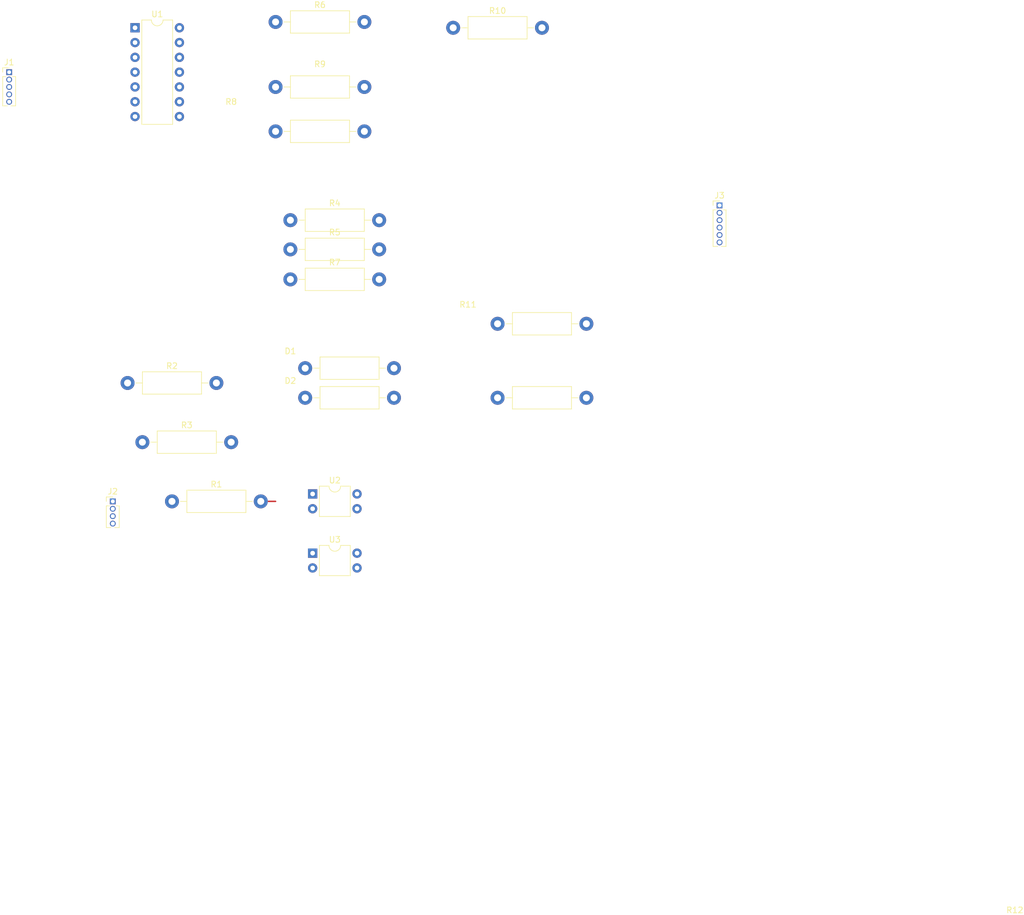
<source format=kicad_pcb>
(kicad_pcb (version 20211014) (generator pcbnew)
  (layers (0 "F.Cu" signal) (31 "B.Cu" signal) (34 "B.Paste" user) (35 "F.Paste" user) (36 "B.SilkS" user "B.Silkscreen") (37 "F.SilkS" user "F.Silkscreen") (38 "B.Mask" user) (39 "F.Mask" user) (44 "Edge.Cuts" user))
  (net 0 "")
  (net 1 "Net-(D2-Pad1)")
  (net 2 "Net-(D1-Pad2)")
  (net 3 "GND")
  (net 4 "Net-(D1-Pad1)")
  (net 5 "Net-(R11-Pad2)")
  (net 6 "VCC")
  (net 7 "Net-(J1-Pad5)")
  (net 8 "Net-(J1-Pad4)")
  (net 9 "Net-(J1-Pad3)")
  (net 10 "Net-(R2-Pad2)")
  (net 11 "Net-(J2-Pad3)")
  (net 12 "Net-(R1-Pad2)")
  (net 13 "Net-(J2-Pad4)")
  (net 14 "Net-(J2-Pad2)")
  (net 15 "Net-(J2-Pad1)")
  (net 16 "Net-(R10-Pad1)")
  (net 17 "Net-(R7-Pad1)")
  (net 18 "Net-(R5-Pad1)")
  (net 19 "Net-(R4-Pad1)")
  (footprint "Resistor_THT:R_Axial_DIN0411_L9.9mm_D3.6mm_P15.24mm_Horizontal" (layer "F.Cu") (at 45.72 116.84)
    (fp_text reference "R1" (at 7.62 -2.92) (layer "F.SilkS"))
    (fp_text value "1k")
    (fp_line (start 12.69 -1.92) (end 2.55 -1.92) (layer "F.SilkS") (width 0.12))
    (fp_line (start 2.55 -1.92) (end 2.55 1.92) (layer "F.SilkS") (width 0.12))
    (fp_line (start 1.44 0) (end 2.55 0) (layer "F.SilkS") (width 0.12))
    (fp_line (start 13.8 0) (end 12.69 0) (layer "F.SilkS") (width 0.12))
    (fp_line (start 12.69 1.92) (end 12.69 -1.92) (layer "F.SilkS") (width 0.12))
    (fp_line (start 2.55 1.92) (end 12.69 1.92) (layer "F.SilkS") (width 0.12))
    (pad "1" thru_hole circle (at 0 0) (size 2.4 2.4) (drill 1.2) (layers *.Cu *.Mask) (net 11 "Net-(J2-Pad3)"))
    (pad "2" thru_hole oval (at 15.24 0) (size 2.4 2.4) (drill 1.2) (layers *.Cu *.Mask) (net 12 "Net-(R1-Pad2)"))
  )
  (footprint "Resistor_THT:R_Axial_DIN0411_L9.9mm_D3.6mm_P15.24mm_Horizontal" (layer "F.Cu") (at 40.64 106.68)
    (fp_text reference "R3" (at 7.62 -2.92) (layer "F.SilkS"))
    (fp_text value "R")
    (fp_line (start 12.69 1.92) (end 12.69 -1.92) (layer "F.SilkS") (width 0.12))
    (fp_line (start 13.8 0) (end 12.69 0) (layer "F.SilkS") (width 0.12))
    (fp_line (start 2.55 -1.92) (end 2.55 1.92) (layer "F.SilkS") (width 0.12))
    (fp_line (start 12.69 -1.92) (end 2.55 -1.92) (layer "F.SilkS") (width 0.12))
    (fp_line (start 2.55 1.92) (end 12.69 1.92) (layer "F.SilkS") (width 0.12))
    (fp_line (start 1.44 0) (end 2.55 0) (layer "F.SilkS") (width 0.12))
    (pad "1" thru_hole circle (at 0 0) (size 2.4 2.4) (drill 1.2) (layers *.Cu *.Mask) (net 3 "GND"))
    (pad "2" thru_hole oval (at 15.24 0) (size 2.4 2.4) (drill 1.2) (layers *.Cu *.Mask) (net 2 "Net-(D1-Pad2)"))
  )
  (footprint "Resistor_THT:R_Axial_DIN0411_L9.9mm_D3.6mm_P15.24mm_Horizontal" (layer "F.Cu") (at 68.58 99.06)
    (fp_text reference "D2" (at -2.54 -2.92) (layer "F.SilkS"))
    (fp_text value "DIODE")
    (fp_line (start 12.69 -1.92) (end 2.55 -1.92) (layer "F.SilkS") (width 0.12))
    (fp_line (start 2.55 1.92) (end 12.69 1.92) (layer "F.SilkS") (width 0.12))
    (fp_line (start 1.44 0) (end 2.55 0) (layer "F.SilkS") (width 0.12))
    (fp_line (start 13.8 0) (end 12.69 0) (layer "F.SilkS") (width 0.12))
    (fp_line (start 12.69 1.92) (end 12.69 -1.92) (layer "F.SilkS") (width 0.12))
    (fp_line (start 2.55 -1.92) (end 2.55 1.92) (layer "F.SilkS") (width 0.12))
    (pad "1" thru_hole circle (at 0 0) (size 2.4 2.4) (drill 1.2) (layers *.Cu *.Mask) (net 1 "Net-(D2-Pad1)"))
    (pad "2" thru_hole oval (at 15.24 0) (size 2.4 2.4) (drill 1.2) (layers *.Cu *.Mask) (net 2 "Net-(D1-Pad2)"))
  )
  (footprint "Resistor_THT:R_Axial_DIN0411_L9.9mm_D3.6mm_P15.24mm_Horizontal" (layer "F.Cu") (at 93.98 35.56)
    (fp_text reference "R10" (at 7.62 -2.92) (layer "F.SilkS"))
    (fp_text value "10k")
    (fp_line (start 2.55 1.92) (end 12.69 1.92) (layer "F.SilkS") (width 0.12))
    (fp_line (start 1.44 0) (end 2.55 0) (layer "F.SilkS") (width 0.12))
    (fp_line (start 13.8 0) (end 12.69 0) (layer "F.SilkS") (width 0.12))
    (fp_line (start 12.69 1.92) (end 12.69 -1.92) (layer "F.SilkS") (width 0.12))
    (fp_line (start 2.55 -1.92) (end 2.55 1.92) (layer "F.SilkS") (width 0.12))
    (fp_line (start 12.69 -1.92) (end 2.55 -1.92) (layer "F.SilkS") (width 0.12))
    (pad "1" thru_hole circle (at 0 0) (size 2.4 2.4) (drill 1.2) (layers *.Cu *.Mask) (net 16 "Net-(R10-Pad1)"))
    (pad "2" thru_hole oval (at 15.24 0) (size 2.4 2.4) (drill 1.2) (layers *.Cu *.Mask) (net 6 "VCC"))
  )
  (footprint "Resistor_THT:R_Axial_DIN0411_L9.9mm_D3.6mm_P15.24mm_Horizontal" (layer "F.Cu") (at 66.04 73.59)
    (fp_text reference "R5" (at 7.62 -2.92) (layer "F.SilkS"))
    (fp_text value "2,2k")
    (fp_line (start 1.44 0) (end 2.55 0) (layer "F.SilkS") (width 0.12))
    (fp_line (start 13.8 0) (end 12.69 0) (layer "F.SilkS") (width 0.12))
    (fp_line (start 2.55 -1.92) (end 2.55 1.92) (layer "F.SilkS") (width 0.12))
    (fp_line (start 12.69 1.92) (end 12.69 -1.92) (layer "F.SilkS") (width 0.12))
    (fp_line (start 12.69 -1.92) (end 2.55 -1.92) (layer "F.SilkS") (width 0.12))
    (fp_line (start 2.55 1.92) (end 12.69 1.92) (layer "F.SilkS") (width 0.12))
    (pad "1" thru_hole circle (at 0 0) (size 2.4 2.4) (drill 1.2) (layers *.Cu *.Mask) (net 18 "Net-(R5-Pad1)"))
    (pad "2" thru_hole oval (at 15.24 0) (size 2.4 2.4) (drill 1.2) (layers *.Cu *.Mask) (net 8 "Net-(J1-Pad4)"))
  )
  (footprint "Connector_PinHeader_1.27mm:PinHeader_1x04_P1.27mm_Vertical" (layer "F.Cu") (at 35.56 116.84)
    (fp_text reference "J2" (at 0 -1.695) (layer "F.SilkS"))
    (fp_text value "Conn_01x04_Female")
    (fp_line (start 1.11 0.76) (end 1.11 4.505) (layer "F.SilkS") (width 0.12))
    (fp_line (start -1.11 4.505) (end -0.30753 4.505) (layer "F.SilkS") (width 0.12))
    (fp_line (start -1.11 0.76) (end -1.11 4.505) (layer "F.SilkS") (width 0.12))
    (fp_line (start -1.11 -0.76) (end 0 -0.76) (layer "F.SilkS") (width 0.12))
    (fp_line (start 0.30753 4.505) (end 1.11 4.505) (layer "F.SilkS") (width 0.12))
    (fp_line (start -1.11 0) (end -1.11 -0.76) (layer "F.SilkS") (width 0.12))
    (fp_line (start -1.11 0.76) (end -0.563471 0.76) (layer "F.SilkS") (width 0.12))
    (fp_line (start 0.563471 0.76) (end 1.11 0.76) (layer "F.SilkS") (width 0.12))
    (pad "1" thru_hole rect (at 0 0) (size 1 1) (drill 0.65) (layers *.Cu *.Mask) (net 15 "Net-(J2-Pad1)"))
    (pad "2" thru_hole oval (at 0 1.27) (size 1 1) (drill 0.65) (layers *.Cu *.Mask) (net 14 "Net-(J2-Pad2)"))
    (pad "3" thru_hole oval (at 0 2.54) (size 1 1) (drill 0.65) (layers *.Cu *.Mask) (net 11 "Net-(J2-Pad3)"))
    (pad "4" thru_hole oval (at 0 3.81) (size 1 1) (drill 0.65) (layers *.Cu *.Mask) (net 13 "Net-(J2-Pad4)"))
  )
  (footprint "Resistor_THT:R_Axial_DIN0411_L9.9mm_D3.6mm_P15.24mm_Horizontal" (layer "F.Cu") (at 63.5 45.72)
    (fp_text reference "R9" (at 7.62 -3.92) (layer "F.SilkS"))
    (fp_text value "4,7k")
    (fp_line (start 1.44 0) (end 2.55 0) (layer "F.SilkS") (width 0.12))
    (fp_line (start 2.55 1.92) (end 12.69 1.92) (layer "F.SilkS") (width 0.12))
    (fp_line (start 13.8 0) (end 12.69 0) (layer "F.SilkS") (width 0.12))
    (fp_line (start 12.69 1.92) (end 12.69 -1.92) (layer "F.SilkS") (width 0.12))
    (fp_line (start 2.55 -1.92) (end 2.55 1.92) (layer "F.SilkS") (width 0.12))
    (fp_line (start 12.69 -1.92) (end 2.55 -1.92) (layer "F.SilkS") (width 0.12))
    (pad "1" thru_hole circle (at 0 0) (size 2.4 2.4) (drill 1.2) (layers *.Cu *.Mask) (net 3 "GND"))
    (pad "2" thru_hole oval (at 15.24 0) (size 2.4 2.4) (drill 1.2) (layers *.Cu *.Mask) (net 17 "Net-(R7-Pad1)"))
  )
  (footprint "Resistor_THT:R_Axial_DIN0411_L9.9mm_D3.6mm_P15.24mm_Horizontal" (layer "F.Cu") (at 101.6 86.36)
    (fp_text reference "R11" (at -5.08 -3.3) (layer "F.SilkS"))
    (fp_text value "2,2k")
    (fp_line (start 12.69 1.92) (end 12.69 -1.92) (layer "F.SilkS") (width 0.12))
    (fp_line (start 1.44 0) (end 2.55 0) (layer "F.SilkS") (width 0.12))
    (fp_line (start 13.8 0) (end 12.69 0) (layer "F.SilkS") (width 0.12))
    (fp_line (start 2.55 1.92) (end 12.69 1.92) (layer "F.SilkS") (width 0.12))
    (fp_line (start 2.55 -1.92) (end 2.55 1.92) (layer "F.SilkS") (width 0.12))
    (fp_line (start 12.69 -1.92) (end 2.55 -1.92) (layer "F.SilkS") (width 0.12))
    (pad "1" thru_hole circle (at 0 0) (size 2.4 2.4) (drill 1.2) (layers *.Cu *.Mask) (net 4 "Net-(D1-Pad1)"))
    (pad "2" thru_hole oval (at 15.24 0) (size 2.4 2.4) (drill 1.2) (layers *.Cu *.Mask) (net 5 "Net-(R11-Pad2)"))
  )
  (footprint "Package_DIP:DIP-14_W7.62mm" (layer "F.Cu") (at 39.38 35.555)
    (fp_text reference "U1" (at 3.81 -2.33) (layer "F.SilkS"))
    (fp_text value "74LS21")
    (fp_line (start 2.81 -1.33) (end 1.16 -1.33) (layer "F.SilkS") (width 0.12))
    (fp_line (start 6.46 -1.33) (end 4.81 -1.33) (layer "F.SilkS") (width 0.12))
    (fp_line (start 1.16 -1.33) (end 1.16 16.57) (layer "F.SilkS") (width 0.12))
    (fp_line (start 1.16 16.57) (end 6.46 16.57) (layer "F.SilkS") (width 0.12))
    (fp_line (start 6.46 16.57) (end 6.46 -1.33) (layer "F.SilkS") (width 0.12))
    (fp_arc (start 4.81 -1.33) (mid 3.81 -0.33) (end 2.81 -1.33) (layer "F.SilkS") (width 0.12))
    (pad "1" thru_hole rect (at 0 0) (size 1.6 1.6) (drill 0.8) (layers *.Cu *.Mask) (net 6 "VCC"))
    (pad "2" thru_hole oval (at 0 2.54) (size 1.6 1.6) (drill 0.8) (layers *.Cu *.Mask) (net 7 "Net-(J1-Pad5)"))
    (pad "3" thru_hole oval (at 0 5.08) (size 1.6 1.6) (drill 0.8) (layers *.Cu *.Mask))
    (pad "4" thru_hole oval (at 0 7.62) (size 1.6 1.6) (drill 0.8) (layers *.Cu *.Mask) (net 8 "Net-(J1-Pad4)"))
    (pad "5" thru_hole oval (at 0 10.16) (size 1.6 1.6) (drill 0.8) (layers *.Cu *.Mask) (net 9 "Net-(J1-Pad3)"))
    (pad "6" thru_hole oval (at 0 12.7) (size 1.6 1.6) (drill 0.8) (layers *.Cu *.Mask) (net 5 "Net-(R11-Pad2)"))
    (pad "7" thru_hole oval (at 0 15.24) (size 1.6 1.6) (drill 0.8) (layers *.Cu *.Mask) (net 3 "GND"))
    (pad "8" thru_hole oval (at 7.62 15.24) (size 1.6 1.6) (drill 0.8) (layers *.Cu *.Mask))
    (pad "9" thru_hole oval (at 7.62 12.7) (size 1.6 1.6) (drill 0.8) (layers *.Cu *.Mask))
    (pad "10" thru_hole oval (at 7.62 10.16) (size 1.6 1.6) (drill 0.8) (layers *.Cu *.Mask))
    (pad "11" thru_hole oval (at 7.62 7.62) (size 1.6 1.6) (drill 0.8) (layers *.Cu *.Mask))
    (pad "12" thru_hole oval (at 7.62 5.08) (size 1.6 1.6) (drill 0.8) (layers *.Cu *.Mask))
    (pad "13" thru_hole oval (at 7.62 2.54) (size 1.6 1.6) (drill 0.8) (layers *.Cu *.Mask))
    (pad "14" thru_hole oval (at 7.62 0) (size 1.6 1.6) (drill 0.8) (layers *.Cu *.Mask) (net 6 "VCC"))
  )
  (footprint "Connector_PinHeader_1.27mm:PinHeader_1x06_P1.27mm_Vertical" (layer "F.Cu") (at 139.7 66.04)
    (fp_text reference "J3" (at 0 -1.695) (layer "F.SilkS"))
    (fp_text value "Conn_01x06_Female")
    (fp_line (start -1.11 0.76) (end -0.563471 0.76) (layer "F.SilkS") (width 0.12))
    (fp_line (start -1.11 -0.76) (end 0 -0.76) (layer "F.SilkS") (width 0.12))
    (fp_line (start -1.11 0.76) (end -1.11 7.045) (layer "F.SilkS") (width 0.12))
    (fp_line (start -1.11 7.045) (end -0.30753 7.045) (layer "F.SilkS") (width 0.12))
    (fp_line (start 0.30753 7.045) (end 1.11 7.045) (layer "F.SilkS") (width 0.12))
    (fp_line (start -1.11 0) (end -1.11 -0.76) (layer "F.SilkS") (width 0.12))
    (fp_line (start 1.11 0.76) (end 1.11 7.045) (layer "F.SilkS") (width 0.12))
    (fp_line (start 0.563471 0.76) (end 1.11 0.76) (layer "F.SilkS") (width 0.12))
    (pad "1" thru_hole rect (at 0 0) (size 1 1) (drill 0.65) (layers *.Cu *.Mask) (net 16 "Net-(R10-Pad1)"))
    (pad "2" thru_hole oval (at 0 1.27) (size 1 1) (drill 0.65) (layers *.Cu *.Mask) (net 4 "Net-(D1-Pad1)"))
    (pad "3" thru_hole oval (at 0 2.54) (size 1 1) (drill 0.65) (layers *.Cu *.Mask) (net 1 "Net-(D2-Pad1)"))
    (pad "4" thru_hole oval (at 0 3.81) (size 1 1) (drill 0.65) (layers *.Cu *.Mask) (net 17 "Net-(R7-Pad1)"))
    (pad "5" thru_hole oval (at 0 5.08) (size 1 1) (drill 0.65) (layers *.Cu *.Mask) (net 18 "Net-(R5-Pad1)"))
    (pad "6" thru_hole oval (at 0 6.35) (size 1 1) (drill 0.65) (layers *.Cu *.Mask) (net 19 "Net-(R4-Pad1)"))
  )
  (footprint "Resistor_THT:R_Axial_DIN0411_L9.9mm_D3.6mm_P15.24mm_Horizontal" (layer "F.Cu") (at 68.58 93.98)
    (fp_text reference "D1" (at -2.54 -2.92) (layer "F.SilkS"))
    (fp_text value "DIODE")
    (fp_line (start 12.69 -1.92) (end 2.55 -1.92) (layer "F.SilkS") (width 0.12))
    (fp_line (start 2.55 1.92) (end 12.69 1.92) (layer "F.SilkS") (width 0.12))
    (fp_line (start 12.69 1.92) (end 12.69 -1.92) (layer "F.SilkS") (width 0.12))
    (fp_line (start 2.55 -1.92) (end 2.55 1.92) (layer "F.SilkS") (width 0.12))
    (fp_line (start 13.8 0) (end 12.69 0) (layer "F.SilkS") (width 0.12))
    (fp_line (start 1.44 0) (end 2.55 0) (layer "F.SilkS") (width 0.12))
    (pad "1" thru_hole circle (at 0 0) (size 2.4 2.4) (drill 1.2) (layers *.Cu *.Mask) (net 4 "Net-(D1-Pad1)"))
    (pad "2" thru_hole oval (at 15.24 0) (size 2.4 2.4) (drill 1.2) (layers *.Cu *.Mask) (net 2 "Net-(D1-Pad2)"))
  )
  (footprint "Resistor_THT:R_Axial_DIN0411_L9.9mm_D3.6mm_P15.24mm_Horizontal" (layer "F.Cu") (at 38.1 96.52)
    (fp_text reference "R2" (at 7.62 -2.92) (layer "F.SilkS"))
    (fp_text value "680")
    (fp_line (start 2.55 1.92) (end 12.69 1.92) (layer "F.SilkS") (width 0.12))
    (fp_line (start 1.44 0) (end 2.55 0) (layer "F.SilkS") (width 0.12))
    (fp_line (start 12.69 -1.92) (end 2.55 -1.92) (layer "F.SilkS") (width 0.12))
    (fp_line (start 12.69 1.92) (end 12.69 -1.92) (layer "F.SilkS") (width 0.12))
    (fp_line (start 2.55 -1.92) (end 2.55 1.92) (layer "F.SilkS") (width 0.12))
    (fp_line (start 13.8 0) (end 12.69 0) (layer "F.SilkS") (width 0.12))
    (pad "1" thru_hole circle (at 0 0) (size 2.4 2.4) (drill 1.2) (layers *.Cu *.Mask) (net 2 "Net-(D1-Pad2)"))
    (pad "2" thru_hole oval (at 15.24 0) (size 2.4 2.4) (drill 1.2) (layers *.Cu *.Mask) (net 10 "Net-(R2-Pad2)"))
  )
  (footprint "Resistor_THT:R_Axial_DIN0411_L9.9mm_D3.6mm_P15.24mm_Horizontal" (layer "F.Cu") (at 101.6 99.06)
    (fp_text reference "R12" (at 88.775 87.93) (layer "F.SilkS"))
    (fp_text value "4,7k")
    (fp_line (start 2.55 1.92) (end 12.69 1.92) (layer "F.SilkS") (width 0.12))
    (fp_line (start 12.69 1.92) (end 12.69 -1.92) (layer "F.SilkS") (width 0.12))
    (fp_line (start 2.55 -1.92) (end 2.55 1.92) (layer "F.SilkS") (width 0.12))
    (fp_line (start 12.69 -1.92) (end 2.55 -1.92) (layer "F.SilkS") (width 0.12))
    (fp_line (start 1.44 0) (end 2.55 0) (layer "F.SilkS") (width 0.12))
    (fp_line (start 13.8 0) (end 12.69 0) (layer "F.SilkS") (width 0.12))
    (pad "1" thru_hole circle (at 0 0) (size 2.4 2.4) (drill 1.2) (layers *.Cu *.Mask) (net 3 "GND"))
    (pad "2" thru_hole oval (at 15.24 0) (size 2.4 2.4) (drill 1.2) (layers *.Cu *.Mask) (net 4 "Net-(D1-Pad1)"))
  )
  (footprint "Package_DIP:DIP-4_W7.62mm" (layer "F.Cu") (at 69.86 125.725)
    (fp_text reference "U3" (at 3.81 -2.33) (layer "F.SilkS"))
    (fp_text value "PC817")
    (fp_line (start 1.16 -1.33) (end 1.16 3.87) (layer "F.SilkS") (width 0.12))
    (fp_line (start 1.16 3.87) (end 6.46 3.87) (layer "F.SilkS") (width 0.12))
    (fp_line (start 6.46 -1.33) (end 4.81 -1.33) (layer "F.SilkS") (width 0.12))
    (fp_line (start 6.46 3.87) (end 6.46 -1.33) (layer "F.SilkS") (width 0.12))
    (fp_line (start 2.81 -1.33) (end 1.16 -1.33) (layer "F.SilkS") (width 0.12))
    (fp_arc (start 4.81 -1.33) (mid 3.81 -0.33) (end 2.81 -1.33) (layer "F.SilkS") (width 0.12))
    (pad "1" thru_hole rect (at 0 0) (size 1.6 1.6) (drill 0.8) (layers *.Cu *.Mask) (net 10 "Net-(R2-Pad2)"))
    (pad "2" thru_hole oval (at 0 2.54) (size 1.6 1.6) (drill 0.8) (layers *.Cu *.Mask) (net 3 "GND"))
    (pad "3" thru_hole oval (at 7.62 2.54) (size 1.6 1.6) (drill 0.8) (layers *.Cu *.Mask) (net 14 "Net-(J2-Pad2)"))
    (pad "4" thru_hole oval (at 7.62 0) (size 1.6 1.6) (drill 0.8) (layers *.Cu *.Mask) (net 15 "Net-(J2-Pad1)"))
  )
  (footprint "Resistor_THT:R_Axial_DIN0411_L9.9mm_D3.6mm_P15.24mm_Horizontal" (layer "F.Cu") (at 66.04 78.74)
    (fp_text reference "R7" (at 7.62 -2.92) (layer "F.SilkS"))
    (fp_text value "2,2k")
    (fp_line (start 12.69 1.92) (end 12.69 -1.92) (layer "F.SilkS") (width 0.12))
    (fp_line (start 2.55 -1.92) (end 2.55 1.92) (layer "F.SilkS") (width 0.12))
    (fp_line (start 12.69 -1.92) (end 2.55 -1.92) (layer "F.SilkS") (width 0.12))
    (fp_line (start 1.44 0) (end 2.55 0) (layer "F.SilkS") (width 0.12))
    (fp_line (start 2.55 1.92) (end 12.69 1.92) (layer "F.SilkS") (width 0.12))
    (fp_line (start 13.8 0) (end 12.69 0) (layer "F.SilkS") (width 0.12))
    (pad "1" thru_hole circle (at 0 0) (size 2.4 2.4) (drill 1.2) (layers *.Cu *.Mask) (net 17 "Net-(R7-Pad1)"))
    (pad "2" thru_hole oval (at 15.24 0) (size 2.4 2.4) (drill 1.2) (layers *.Cu *.Mask) (net 7 "Net-(J1-Pad5)"))
  )
  (footprint "Connector_PinHeader_1.27mm:PinHeader_1x05_P1.27mm_Vertical" (layer "F.Cu") (at 17.78 43.18)
    (fp_text reference "J1" (at 0 -1.695) (layer "F.SilkS"))
    (fp_text value "Conn_01x05_Female")
    (fp_line (start 0.563471 0.76) (end 1.11 0.76) (layer "F.SilkS") (width 0.12))
    (fp_line (start 0.30753 5.775) (end 1.11 5.775) (layer "F.SilkS") (width 0.12))
    (fp_line (start -1.11 -0.76) (end 0 -0.76) (layer "F.SilkS") (width 0.12))
    (fp_line (start -1.11 0) (end -1.11 -0.76) (layer "F.SilkS") (width 0.12))
    (fp_line (start -1.11 0.76) (end -1.11 5.775) (layer "F.SilkS") (width 0.12))
    (fp_line (start 1.11 0.76) (end 1.11 5.775) (layer "F.SilkS") (width 0.12))
    (fp_line (start -1.11 0.76) (end -0.563471 0.76) (layer "F.SilkS") (width 0.12))
    (fp_line (start -1.11 5.775) (end -0.30753 5.775) (layer "F.SilkS") (width 0.12))
    (pad "1" thru_hole rect (at 0 0) (size 1 1) (drill 0.65) (layers *.Cu *.Mask) (net 3 "GND"))
    (pad "2" thru_hole oval (at 0 1.27) (size 1 1) (drill 0.65) (layers *.Cu *.Mask) (net 6 "VCC"))
    (pad "3" thru_hole oval (at 0 2.54) (size 1 1) (drill 0.65) (layers *.Cu *.Mask) (net 9 "Net-(J1-Pad3)"))
    (pad "4" thru_hole oval (at 0 3.81) (size 1 1) (drill 0.65) (layers *.Cu *.Mask) (net 8 "Net-(J1-Pad4)"))
    (pad "5" thru_hole oval (at 0 5.08) (size 1 1) (drill 0.65) (layers *.Cu *.Mask) (net 7 "Net-(J1-Pad5)"))
  )
  (footprint "Resistor_THT:R_Axial_DIN0411_L9.9mm_D3.6mm_P15.24mm_Horizontal" (layer "F.Cu") (at 66.04 68.58)
    (fp_text reference "R4" (at 7.62 -2.92) (layer "F.SilkS"))
    (fp_text value "2,2k")
    (fp_line (start 1.44 0) (end 2.55 0) (layer "F.SilkS") (width 0.12))
    (fp_line (start 2.55 1.92) (end 12.69 1.92) (layer "F.SilkS") (width 0.12))
    (fp_line (start 12.69 -1.92) (end 2.55 -1.92) (layer "F.SilkS") (width 0.12))
    (fp_line (start 2.55 -1.92) (end 2.55 1.92) (layer "F.SilkS") (width 0.12))
    (fp_line (start 12.69 1.92) (end 12.69 -1.92) (layer "F.SilkS") (width 0.12))
    (fp_line (start 13.8 0) (end 12.69 0) (layer "F.SilkS") (width 0.12))
    (pad "1" thru_hole circle (at 0 0) (size 2.4 2.4) (drill 1.2) (layers *.Cu *.Mask) (net 19 "Net-(R4-Pad1)"))
    (pad "2" thru_hole oval (at 15.24 0) (size 2.4 2.4) (drill 1.2) (layers *.Cu *.Mask) (net 9 "Net-(J1-Pad3)"))
  )
  (footprint "Resistor_THT:R_Axial_DIN0411_L9.9mm_D3.6mm_P15.24mm_Horizontal" (layer "F.Cu") (at 63.5 34.56)
    (fp_text reference "R6" (at 7.62 -2.92) (layer "F.SilkS"))
    (fp_text value "4,7k")
    (fp_line (start 13.8 0) (end 12.69 0) (layer "F.SilkS") (width 0.12))
    (fp_line (start 1.44 0) (end 2.55 0) (layer "F.SilkS") (width 0.12))
    (fp_line (start 12.69 1.92) (end 12.69 -1.92) (layer "F.SilkS") (width 0.12))
    (fp_line (start 12.69 -1.92) (end 2.55 -1.92) (layer "F.SilkS") (width 0.12))
    (fp_line (start 2.55 1.92) (end 12.69 1.92) (layer "F.SilkS") (width 0.12))
    (fp_line (start 2.55 -1.92) (end 2.55 1.92) (layer "F.SilkS") (width 0.12))
    (pad "1" thru_hole circle (at 0 0) (size 2.4 2.4) (drill 1.2) (layers *.Cu *.Mask) (net 3 "GND"))
    (pad "2" thru_hole oval (at 15.24 0) (size 2.4 2.4) (drill 1.2) (layers *.Cu *.Mask) (net 19 "Net-(R4-Pad1)"))
  )
  (footprint "Resistor_THT:R_Axial_DIN0411_L9.9mm_D3.6mm_P15.24mm_Horizontal" (layer "F.Cu") (at 63.5 53.34)
    (fp_text reference "R8" (at -7.62 -5.08) (layer "F.SilkS"))
    (fp_text value "4,7k")
    (fp_line (start 2.55 -1.92) (end 2.55 1.92) (layer "F.SilkS") (width 0.12))
    (fp_line (start 2.55 1.92) (end 12.69 1.92) (layer "F.SilkS") (width 0.12))
    (fp_line (start 13.8 0) (end 12.69 0) (layer "F.SilkS") (width 0.12))
    (fp_line (start 12.69 -1.92) (end 2.55 -1.92) (layer "F.SilkS") (width 0.12))
    (fp_line (start 12.69 1.92) (end 12.69 -1.92) (layer "F.SilkS") (width 0.12))
    (fp_line (start 1.44 0) (end 2.55 0) (layer "F.SilkS") (width 0.12))
    (pad "1" thru_hole circle (at 0 0) (size 2.4 2.4) (drill 1.2) (layers *.Cu *.Mask) (net 3 "GND"))
    (pad "2" thru_hole oval (at 15.24 0) (size 2.4 2.4) (drill 1.2) (layers *.Cu *.Mask) (net 18 "Net-(R5-Pad1)"))
  )
  (footprint "Package_DIP:DIP-4_W7.62mm" (layer "F.Cu") (at 69.86 115.565)
    (fp_text reference "U2" (at 3.81 -2.33) (layer "F.SilkS"))
    (fp_text value "PC817")
    (fp_line (start 2.81 -1.33) (end 1.16 -1.33) (layer "F.SilkS") (width 0.12))
    (fp_line (start 6.46 3.87) (end 6.46 -1.33) (layer "F.SilkS") (width 0.12))
    (fp_line (start 1.16 -1.33) (end 1.16 3.87) (layer "F.SilkS") (width 0.12))
    (fp_line (start 1.16 3.87) (end 6.46 3.87) (layer "F.SilkS") (width 0.12))
    (fp_line (start 6.46 -1.33) (end 4.81 -1.33) (layer "F.SilkS") (width 0.12))
    (fp_arc (start 4.81 -1.33) (mid 3.81 -0.33) (end 2.81 -1.33) (layer "F.SilkS") (width 0.12))
    (pad "1" thru_hole rect (at 0 0) (size 1.6 1.6) (drill 0.8) (layers *.Cu *.Mask) (net 13 "Net-(J2-Pad4)"))
    (pad "2" thru_hole oval (at 0 2.54) (size 1.6 1.6) (drill 0.8) (layers *.Cu *.Mask) (net 12 "Net-(R1-Pad2)"))
    (pad "3" thru_hole oval (at 7.62 2.54) (size 1.6 1.6) (drill 0.8) (layers *.Cu *.Mask) (net 3 "GND"))
    (pad "4" thru_hole oval (at 7.62 0) (size 1.6 1.6) (drill 0.8) (layers *.Cu *.Mask) (net 16 "Net-(R10-Pad1)"))
  )
  (segment (start 63.5 116.84) (end 62.285011 116.84) (width 0.25) (layer "F.Cu") (net 0))
)
</source>
